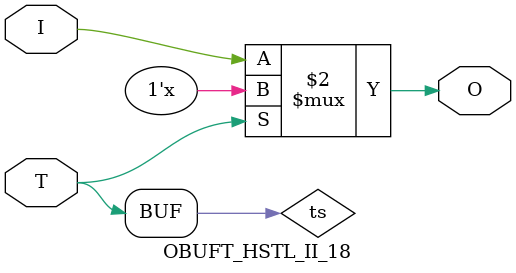
<source format=v>

/*

FUNCTION    : TRI-STATE OUTPUT BUFFER

*/

`celldefine
`timescale  100 ps / 10 ps

module OBUFT_HSTL_II_18 (O, I, T);

    output O;

    input  I, T;

    or O1 (ts, 1'b0, T);
    bufif0 T1 (O, I, ts);

endmodule

</source>
